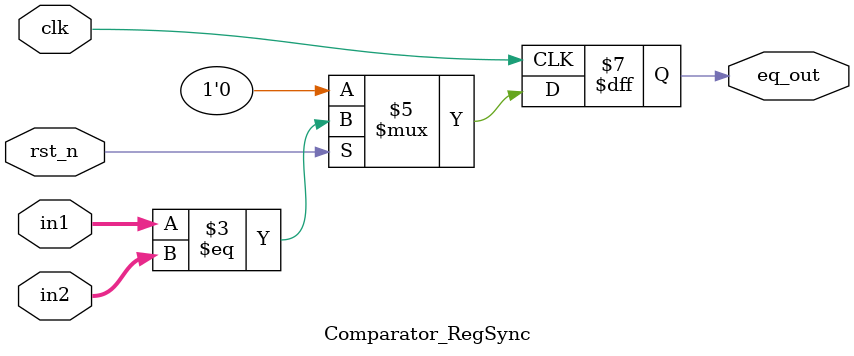
<source format=sv>
module Comparator_RegSync #(parameter WIDTH = 4) (
    input               clk,      // 全局时钟
    input               rst_n,    // 低有效同步复位
    input  [WIDTH-1:0]  in1,      // 输入向量1
    input  [WIDTH-1:0]  in2,      // 输入向量2
    output reg          eq_out    // 寄存后的比较结果
);
    always @(posedge clk) begin
        if (!rst_n) eq_out <= 1'b0;
        else        eq_out <= (in1 == in2);
    end
endmodule
</source>
